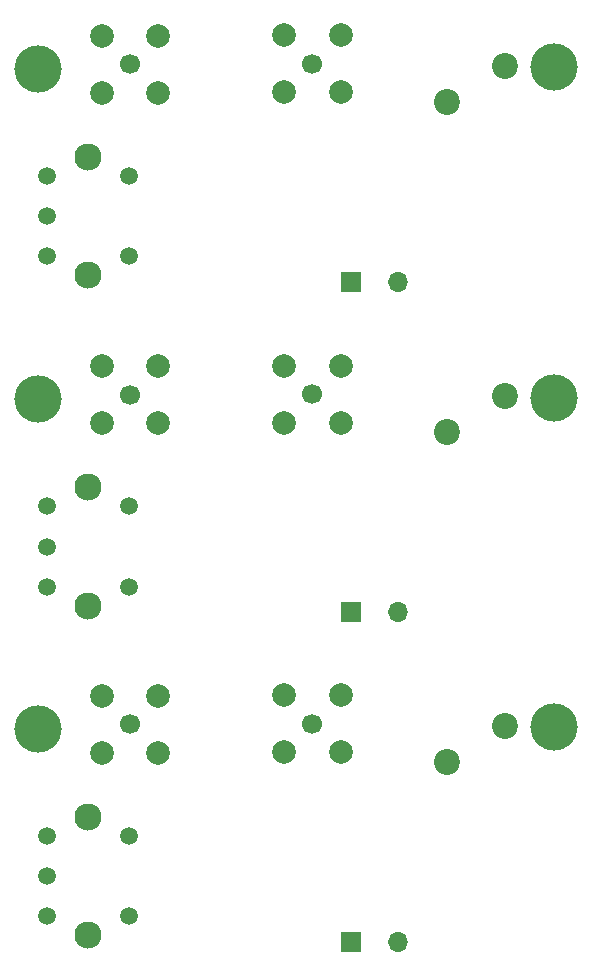
<source format=gbr>
%TF.GenerationSoftware,KiCad,Pcbnew,(6.0.5-0)*%
%TF.CreationDate,2022-07-02T10:30:04-05:00*%
%TF.ProjectId,AM_modulator,414d5f6d-6f64-4756-9c61-746f722e6b69,rev?*%
%TF.SameCoordinates,Original*%
%TF.FileFunction,Soldermask,Top*%
%TF.FilePolarity,Negative*%
%FSLAX46Y46*%
G04 Gerber Fmt 4.6, Leading zero omitted, Abs format (unit mm)*
G04 Created by KiCad (PCBNEW (6.0.5-0)) date 2022-07-02 10:30:04*
%MOMM*%
%LPD*%
G01*
G04 APERTURE LIST*
%ADD10C,4.000000*%
%ADD11C,1.700000*%
%ADD12C,2.000000*%
%ADD13R,1.700000X1.700000*%
%ADD14O,1.700000X1.700000*%
%ADD15C,2.200000*%
%ADD16C,1.500000*%
%ADD17C,2.300000*%
G04 APERTURE END LIST*
D10*
%TO.C,Antena+1*%
X92230000Y-110700000D03*
%TD*%
D11*
%TO.C,J3*%
X56300000Y-110450000D03*
D12*
X58700000Y-112850000D03*
X58700000Y-108050000D03*
X53900000Y-108050000D03*
X53900000Y-112850000D03*
%TD*%
D13*
%TO.C,J2*%
X75032500Y-128850000D03*
D14*
X79032500Y-128850000D03*
%TD*%
D15*
%TO.C,Lpi1*%
X88100000Y-110570000D03*
X83185000Y-113630000D03*
%TD*%
D16*
%TO.C,L1*%
X49250000Y-119900000D03*
D17*
X52750000Y-118300000D03*
X52750000Y-128300000D03*
D16*
X49250000Y-126700000D03*
X49250000Y-123300000D03*
X56250000Y-119900000D03*
X56250000Y-126700000D03*
%TD*%
D10*
%TO.C,Antena-1*%
X48500000Y-110850000D03*
%TD*%
D11*
%TO.C,J4*%
X71750000Y-110400000D03*
D12*
X74150000Y-112800000D03*
X74150000Y-108000000D03*
X69350000Y-108000000D03*
X69350000Y-112800000D03*
%TD*%
D11*
%TO.C,J4*%
X71750000Y-82487500D03*
D12*
X74150000Y-84887500D03*
X74150000Y-80087500D03*
X69350000Y-80087500D03*
X69350000Y-84887500D03*
%TD*%
D16*
%TO.C,L1*%
X49250000Y-91987500D03*
D17*
X52750000Y-90387500D03*
X52750000Y-100387500D03*
D16*
X49250000Y-98787500D03*
X49250000Y-95387500D03*
X56250000Y-91987500D03*
X56250000Y-98787500D03*
%TD*%
D10*
%TO.C,Antena-1*%
X48500000Y-82937500D03*
%TD*%
D15*
%TO.C,Lpi1*%
X88100000Y-82657500D03*
X83185000Y-85717500D03*
%TD*%
D10*
%TO.C,Antena+1*%
X92230000Y-82787500D03*
%TD*%
D11*
%TO.C,J3*%
X56300000Y-82537500D03*
D12*
X58700000Y-84937500D03*
X58700000Y-80137500D03*
X53900000Y-80137500D03*
X53900000Y-84937500D03*
%TD*%
D13*
%TO.C,J2*%
X75032500Y-100937500D03*
D14*
X79032500Y-100937500D03*
%TD*%
D13*
%TO.C,J2*%
X75032500Y-72950000D03*
D14*
X79032500Y-72950000D03*
%TD*%
D11*
%TO.C,J4*%
X71750000Y-54500000D03*
D12*
X74150000Y-56900000D03*
X74150000Y-52100000D03*
X69350000Y-52100000D03*
X69350000Y-56900000D03*
%TD*%
D11*
%TO.C,J3*%
X56300000Y-54550000D03*
D12*
X58700000Y-56950000D03*
X58700000Y-52150000D03*
X53900000Y-52150000D03*
X53900000Y-56950000D03*
%TD*%
D10*
%TO.C,Antena+1*%
X92230000Y-54800000D03*
%TD*%
D15*
%TO.C,Lpi1*%
X88100000Y-54670000D03*
X83185000Y-57730000D03*
%TD*%
D10*
%TO.C,Antena-1*%
X48500000Y-54950000D03*
%TD*%
D16*
%TO.C,L1*%
X49250000Y-64000000D03*
D17*
X52750000Y-62400000D03*
X52750000Y-72400000D03*
D16*
X49250000Y-70800000D03*
X49250000Y-67400000D03*
X56250000Y-64000000D03*
X56250000Y-70800000D03*
%TD*%
M02*

</source>
